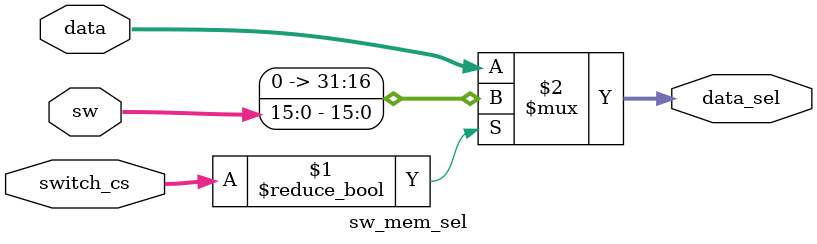
<source format=v>
`timescale 1ns / 1ps
module sw_mem_sel(
    input [31:0] switch_cs,
	 input [15:0] sw,
	 input [31:0] data,
	 output [31:0] data_sel
    );

    assign data_sel = (switch_cs) ? {16'b0, sw[15:0]} : data;
endmodule

</source>
